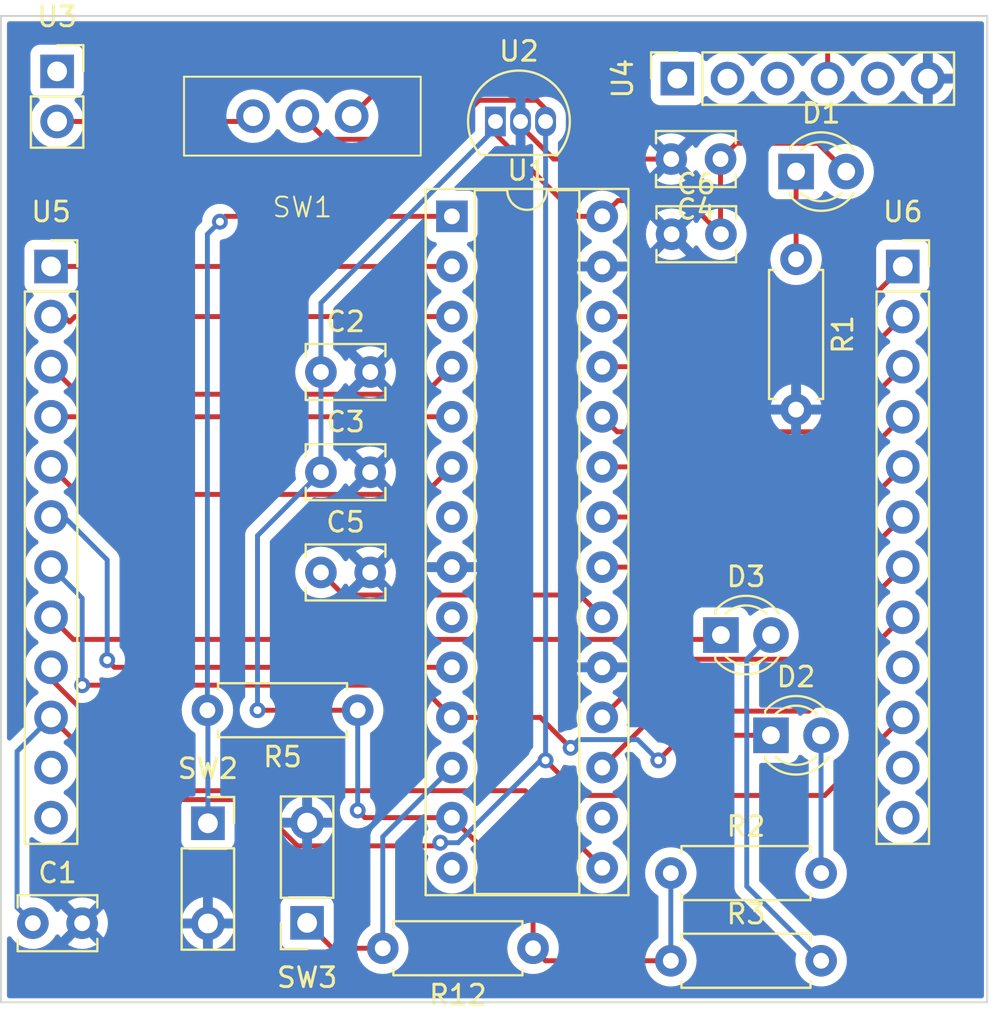
<source format=kicad_pcb>
(kicad_pcb (version 20221018) (generator pcbnew)
  (layers (0 "F.Cu" signal) (31 "B.Cu" signal) (34 "B.Paste" user) (35 "F.Paste" user) (36 "B.SilkS" user "B.Silkscreen") (37 "F.SilkS" user "F.Silkscreen") (38 "B.Mask" user) (39 "F.Mask" user) (44 "Edge.Cuts" user))
  (net 0 "")
  (net 1 "/Vin")
  (net 2 "Net-(U1-VCAP)")
  (net 3 "+3.3V")
  (net 4 "GND")
  (net 5 "Net-(D1-K)")
  (net 6 "/B4")
  (net 7 "Net-(D2-A)")
  (net 8 "/B5")
  (net 9 "Net-(D3-A)")
  (net 10 "/MCLR")
  (net 11 "/A4")
  (net 12 "Net-(SW1-A)")
  (net 13 "+5V")
  (net 14 "/A0")
  (net 15 "/A1")
  (net 16 "/B0")
  (net 17 "/B1")
  (net 18 "/B2")
  (net 19 "/B3")
  (net 20 "/A2")
  (net 21 "/A3")
  (net 22 "/A5")
  (net 23 "/B6")
  (net 24 "/B7")
  (net 25 "/B8")
  (net 26 "/B9")
  (net 27 "/B10")
  (net 28 "/B11")
  (net 29 "/B12")
  (net 30 "/B13")
  (net 31 "/B14")
  (net 32 "/B15")
  (net 34 "/U1TX")
  (net 35 "/U1RX")
  (net 39 "/7")
  (footprint "pic32board:slide2" (layer "F.Cu") (at 142.28 48.26)
    (fp_text reference "SW1" (at 0 4.62 unlocked) (layer "F.SilkS") (effects (font (thickness 0.1))))
    (fp_text value "SW_SPDT")
    (fp_line (start -6 -2) (end -6 2) (stroke (width 0.1)) (layer "F.SilkS"))
    (fp_line (start -6 2) (end 6 2) (stroke (width 0.1)) (layer "F.SilkS"))
    (fp_line (start 6 -2) (end -6 -2) (stroke (width 0.1)) (layer "F.SilkS"))
    (fp_line (start 6 2) (end 6 -2) (stroke (width 0.1)) (layer "F.SilkS"))
    (pad "1" thru_hole circle (at -2.5 0) (size 1.7 1.7) (drill 1) (layers "*.Cu" "*.Mask") (net 12 "Net-(SW1-A)"))
    (pad "2" thru_hole circle (at 0 0) (size 1.7 1.7) (drill 1) (layers "*.Cu" "*.Mask") (net 1 "/Vin"))
    (pad "3" thru_hole circle (at 2.5 0) (size 1.7 1.7) (drill 1) (layers "*.Cu" "*.Mask") (net 13 "+5V"))
  )
  (footprint "Package_TO_SOT_THT:TO-92L_Inline" (layer "F.Cu") (at 152.07 48.53)
    (fp_text reference "U2" (at 1.19 -3.56) (layer "F.SilkS"))
    (fp_text value "AP7381-33V")
    (fp_line (start -0.75 1.7) (end 3.1 1.7) (stroke (width 0.12)) (layer "F.SilkS"))
    (fp_arc (start -0.75 1.7) (mid 1.183448 -2.579449) (end 3.138611 1.690122) (stroke (width 0.12)) (layer "F.SilkS"))
    (pad "1" thru_hole rect (at 0 0) (size 1.05 1.5) (drill 0.75) (layers "*.Cu" "*.Mask") (net 3 "+3.3V"))
    (pad "2" thru_hole oval (at 1.27 0) (size 1.05 1.5) (drill 0.75) (layers "*.Cu" "*.Mask") (net 4 "GND"))
    (pad "3" thru_hole oval (at 2.54 0) (size 1.05 1.5) (drill 0.75) (layers "*.Cu" "*.Mask") (net 1 "/Vin"))
  )
  (footprint "Capacitor_THT:C_Disc_D3.8mm_W2.6mm_P2.50mm" (layer "F.Cu") (at 128.615 89.17)
    (fp_text reference "C1" (at 1.25 -2.55) (layer "F.SilkS"))
    (fp_text value "1uF")
    (fp_line (start -0.77 -1.42) (end -0.77 -0.795) (stroke (width 0.12)) (layer "F.SilkS"))
    (fp_line (start -0.77 -1.42) (end 3.27 -1.42) (stroke (width 0.12)) (layer "F.SilkS"))
    (fp_line (start -0.77 0.795) (end -0.77 1.42) (stroke (width 0.12)) (layer "F.SilkS"))
    (fp_line (start -0.77 1.42) (end 3.27 1.42) (stroke (width 0.12)) (layer "F.SilkS"))
    (fp_line (start 3.27 -1.42) (end 3.27 -0.795) (stroke (width 0.12)) (layer "F.SilkS"))
    (fp_line (start 3.27 0.795) (end 3.27 1.42) (stroke (width 0.12)) (layer "F.SilkS"))
    (pad "1" thru_hole circle (at 0 0) (size 1.6 1.6) (drill 0.8) (layers "*.Cu" "*.Mask") (net 1 "/Vin"))
    (pad "2" thru_hole circle (at 2.5 0) (size 1.6 1.6) (drill 0.8) (layers "*.Cu" "*.Mask") (net 4 "GND"))
  )
  (footprint "Connector_PinSocket_2.54mm:PinSocket_1x12_P2.54mm_Vertical" (layer "F.Cu") (at 172.72 55.88)
    (fp_text reference "U6" (at 0 -2.77) (layer "F.SilkS"))
    (fp_text value "~")
    (fp_line (start -1.33 1.27) (end -1.33 29.27) (stroke (width 0.12)) (layer "F.SilkS"))
    (fp_line (start -1.33 1.27) (end 1.33 1.27) (stroke (width 0.12)) (layer "F.SilkS"))
    (fp_line (start -1.33 29.27) (end 1.33 29.27) (stroke (width 0.12)) (layer "F.SilkS"))
    (fp_line (start 0 -1.33) (end 1.33 -1.33) (stroke (width 0.12)) (layer "F.SilkS"))
    (fp_line (start 1.33 -1.33) (end 1.33 0) (stroke (width 0.12)) (layer "F.SilkS"))
    (fp_line (start 1.33 1.27) (end 1.33 29.27) (stroke (width 0.12)) (layer "F.SilkS"))
    (pad "1" thru_hole rect (at 0 0) (size 1.7 1.7) (drill 1) (layers "*.Cu" "*.Mask") (net 32 "/B15"))
    (pad "2" thru_hole oval (at 0 2.54) (size 1.7 1.7) (drill 1) (layers "*.Cu" "*.Mask") (net 31 "/B14"))
    (pad "3" thru_hole oval (at 0 5.08) (size 1.7 1.7) (drill 1) (layers "*.Cu" "*.Mask") (net 30 "/B13"))
    (pad "4" thru_hole oval (at 0 7.62) (size 1.7 1.7) (drill 1) (layers "*.Cu" "*.Mask") (net 29 "/B12"))
    (pad "5" thru_hole oval (at 0 10.16) (size 1.7 1.7) (drill 1) (layers "*.Cu" "*.Mask") (net 28 "/B11"))
    (pad "6" thru_hole oval (at 0 12.7) (size 1.7 1.7) (drill 1) (layers "*.Cu" "*.Mask") (net 27 "/B10"))
    (pad "7" thru_hole oval (at 0 15.24) (size 1.7 1.7) (drill 1) (layers "*.Cu" "*.Mask") (net 26 "/B9"))
    (pad "8" thru_hole oval (at 0 17.78) (size 1.7 1.7) (drill 1) (layers "*.Cu" "*.Mask") (net 25 "/B8"))
    (pad "9" thru_hole oval (at 0 20.32) (size 1.7 1.7) (drill 1) (layers "*.Cu" "*.Mask") (net 39 "/7"))
    (pad "10" thru_hole oval (at 0 22.86) (size 1.7 1.7) (drill 1) (layers "*.Cu" "*.Mask") (net 1 "/Vin"))
    (pad "11" thru_hole oval (at 0 25.4) (size 1.7 1.7) (drill 1) (layers "*.Cu" "*.Mask"))
    (pad "12" thru_hole oval (at 0 27.94) (size 1.7 1.7) (drill 1) (layers "*.Cu" "*.Mask"))
  )
  (footprint "Resistor_THT:R_Axial_DIN0207_L6.3mm_D2.5mm_P7.62mm_Horizontal" (layer "F.Cu") (at 167.31 55.515 -90)
    (fp_text reference "R1" (at 3.81 -2.37 90) (layer "F.SilkS"))
    (fp_text value "330")
    (fp_line (start 0.54 -1.37) (end 7.08 -1.37) (stroke (width 0.12)) (layer "F.SilkS"))
    (fp_line (start 0.54 -1.04) (end 0.54 -1.37) (stroke (width 0.12)) (layer "F.SilkS"))
    (fp_line (start 0.54 1.04) (end 0.54 1.37) (stroke (width 0.12)) (layer "F.SilkS"))
    (fp_line (start 0.54 1.37) (end 7.08 1.37) (stroke (width 0.12)) (layer "F.SilkS"))
    (fp_line (start 7.08 -1.37) (end 7.08 -1.04) (stroke (width 0.12)) (layer "F.SilkS"))
    (fp_line (start 7.08 1.37) (end 7.08 1.04) (stroke (width 0.12)) (layer "F.SilkS"))
    (pad "1" thru_hole circle (at 0 0 270) (size 1.6 1.6) (drill 0.8) (layers "*.Cu" "*.Mask") (net 5 "Net-(D1-K)"))
    (pad "2" thru_hole oval (at 7.62 0 270) (size 1.6 1.6) (drill 0.8) (layers "*.Cu" "*.Mask") (net 4 "GND"))
  )
  (footprint "LED_THT:LED_D3.0mm" (layer "F.Cu") (at 163.5 74.565)
    (fp_text reference "D3" (at 1.27 -2.96) (layer "F.SilkS"))
    (fp_text value "Yellow")
    (fp_line (start -0.29 -1.236) (end -0.29 -1.08) (stroke (width 0.12)) (layer "F.SilkS"))
    (fp_line (start -0.29 1.08) (end -0.29 1.236) (stroke (width 0.12)) (layer "F.SilkS"))
    (fp_arc (start -0.29 -1.235516) (mid 1.366487 -1.987659) (end 2.942335 -1.078608) (stroke (width 0.12)) (layer "F.SilkS"))
    (fp_arc (start 0.229039 -1.08) (mid 1.270117 -1.5) (end 2.31113 -1.079837) (stroke (width 0.12)) (layer "F.SilkS"))
    (fp_arc (start 2.31113 1.079837) (mid 1.270117 1.5) (end 0.229039 1.08) (stroke (width 0.12)) (layer "F.SilkS"))
    (fp_arc (start 2.942335 1.078608) (mid 1.366487 1.987659) (end -0.29 1.235516) (stroke (width 0.12)) (layer "F.SilkS"))
    (pad "1" thru_hole rect (at 0 0) (size 1.8 1.8) (drill 0.9) (layers "*.Cu" "*.Mask") (net 8 "/B5"))
    (pad "2" thru_hole circle (at 2.54 0) (size 1.8 1.8) (drill 0.9) (layers "*.Cu" "*.Mask") (net 9 "Net-(D3-A)"))
  )
  (footprint "LED_THT:LED_D3.0mm" (layer "F.Cu") (at 167.31 51.07)
    (fp_text reference "D1" (at 1.27 -2.96) (layer "F.SilkS"))
    (fp_text value "RED")
    (fp_line (start -0.29 -1.236) (end -0.29 -1.08) (stroke (width 0.12)) (layer "F.SilkS"))
    (fp_line (start -0.29 1.08) (end -0.29 1.236) (stroke (width 0.12)) (layer "F.SilkS"))
    (fp_arc (start -0.29 -1.235516) (mid 1.366487 -1.987659) (end 2.942335 -1.078608) (stroke (width 0.12)) (layer "F.SilkS"))
    (fp_arc (start 0.229039 -1.08) (mid 1.270117 -1.5) (end 2.31113 -1.079837) (stroke (width 0.12)) (layer "F.SilkS"))
    (fp_arc (start 2.31113 1.079837) (mid 1.270117 1.5) (end 0.229039 1.08) (stroke (width 0.12)) (layer "F.SilkS"))
    (fp_arc (start 2.942335 1.078608) (mid 1.366487 1.987659) (end -0.29 1.235516) (stroke (width 0.12)) (layer "F.SilkS"))
    (pad "1" thru_hole rect (at 0 0) (size 1.8 1.8) (drill 0.9) (layers "*.Cu" "*.Mask") (net 5 "Net-(D1-K)"))
    (pad "2" thru_hole circle (at 2.54 0) (size 1.8 1.8) (drill 0.9) (layers "*.Cu" "*.Mask") (net 3 "+3.3V"))
  )
  (footprint "Connector_PinSocket_2.54mm:PinSocket_1x02_P2.54mm_Vertical" (layer "F.Cu") (at 129.845 45.99)
    (fp_text reference "U3" (at 0 -2.77) (layer "F.SilkS"))
    (fp_text value "~")
    (fp_line (start -1.33 1.27) (end -1.33 3.87) (stroke (width 0.12)) (layer "F.SilkS"))
    (fp_line (start -1.33 1.27) (end 1.33 1.27) (stroke (width 0.12)) (layer "F.SilkS"))
    (fp_line (start -1.33 3.87) (end 1.33 3.87) (stroke (width 0.12)) (layer "F.SilkS"))
    (fp_line (start 0 -1.33) (end 1.33 -1.33) (stroke (width 0.12)) (layer "F.SilkS"))
    (fp_line (start 1.33 -1.33) (end 1.33 0) (stroke (width 0.12)) (layer "F.SilkS"))
    (fp_line (start 1.33 1.27) (end 1.33 3.87) (stroke (width 0.12)) (layer "F.SilkS"))
    (pad "1" thru_hole rect (at 0 0) (size 1.7 1.7) (drill 1) (layers "*.Cu" "*.Mask"))
    (pad "2" thru_hole oval (at 0 2.54) (size 1.7 1.7) (drill 1) (layers "*.Cu" "*.Mask") (net 12 "Net-(SW1-A)"))
  )
  (footprint "Capacitor_THT:C_Disc_D3.8mm_W2.6mm_P2.50mm" (layer "F.Cu") (at 161 54.245)
    (fp_text reference "C6" (at 1.25 -2.55) (layer "F.SilkS"))
    (fp_text value "0.1uF")
    (fp_line (start -0.77 -1.42) (end -0.77 -0.795) (stroke (width 0.12)) (layer "F.SilkS"))
    (fp_line (start -0.77 -1.42) (end 3.27 -1.42) (stroke (width 0.12)) (layer "F.SilkS"))
    (fp_line (start -0.77 0.795) (end -0.77 1.42) (stroke (width 0.12)) (layer "F.SilkS"))
    (fp_line (start -0.77 1.42) (end 3.27 1.42) (stroke (width 0.12)) (layer "F.SilkS"))
    (fp_line (start 3.27 -1.42) (end 3.27 -0.795) (stroke (width 0.12)) (layer "F.SilkS"))
    (fp_line (start 3.27 0.795) (end 3.27 1.42) (stroke (width 0.12)) (layer "F.SilkS"))
    (pad "1" thru_hole circle (at 0 0) (size 1.6 1.6) (drill 0.8) (layers "*.Cu" "*.Mask") (net 4 "GND"))
    (pad "2" thru_hole circle (at 2.5 0) (size 1.6 1.6) (drill 0.8) (layers "*.Cu" "*.Mask") (net 3 "+3.3V"))
  )
  (footprint "Connector_PinSocket_2.54mm:PinSocket_1x06_P2.54mm_Vertical" (layer "F.Cu") (at 161.29 46.355 90)
    (fp_text reference "U4" (at 0 -2.77 90) (layer "F.SilkS"))
    (fp_text value "~")
    (fp_line (start -1.33 1.27) (end -1.33 14.03) (stroke (width 0.12)) (layer "F.SilkS"))
    (fp_line (start -1.33 1.27) (end 1.33 1.27) (stroke (width 0.12)) (layer "F.SilkS"))
    (fp_line (start -1.33 14.03) (end 1.33 14.03) (stroke (width 0.12)) (layer "F.SilkS"))
    (fp_line (start 0 -1.33) (end 1.33 -1.33) (stroke (width 0.12)) (layer "F.SilkS"))
    (fp_line (start 1.33 -1.33) (end 1.33 0) (stroke (width 0.12)) (layer "F.SilkS"))
    (fp_line (start 1.33 1.27) (end 1.33 14.03) (stroke (width 0.12)) (layer "F.SilkS"))
    (pad "1" thru_hole rect (at 0 0 90) (size 1.7 1.7) (drill 1) (layers "*.Cu" "*.Mask"))
    (pad "2" thru_hole oval (at 0 2.54 90) (size 1.7 1.7) (drill 1) (layers "*.Cu" "*.Mask") (net 34 "/U1TX"))
    (pad "3" thru_hole oval (at 0 5.08 90) (size 1.7 1.7) (drill 1) (layers "*.Cu" "*.Mask") (net 35 "/U1RX"))
    (pad "4" thru_hole oval (at 0 7.62 90) (size 1.7 1.7) (drill 1) (layers "*.Cu" "*.Mask") (net 13 "+5V"))
    (pad "5" thru_hole oval (at 0 10.16 90) (size 1.7 1.7) (drill 1) (layers "*.Cu" "*.Mask"))
    (pad "6" thru_hole oval (at 0 12.7 90) (size 1.7 1.7) (drill 1) (layers "*.Cu" "*.Mask") (net 4 "GND"))
  )
  (footprint "Resistor_THT:R_Axial_DIN0207_L6.3mm_D2.5mm_P7.62mm_Horizontal" (layer "F.Cu") (at 160.96 91.075)
    (fp_text reference "R3" (at 3.81 -2.37) (layer "F.SilkS"))
    (fp_text value "330")
    (fp_line (start 0.54 -1.37) (end 7.08 -1.37) (stroke (width 0.12)) (layer "F.SilkS"))
    (fp_line (start 0.54 -1.04) (end 0.54 -1.37) (stroke (width 0.12)) (layer "F.SilkS"))
    (fp_line (start 0.54 1.04) (end 0.54 1.37) (stroke (width 0.12)) (layer "F.SilkS"))
    (fp_line (start 0.54 1.37) (end 7.08 1.37) (stroke (width 0.12)) (layer "F.SilkS"))
    (fp_line (start 7.08 -1.37) (end 7.08 -1.04) (stroke (width 0.12)) (layer "F.SilkS"))
    (fp_line (start 7.08 1.37) (end 7.08 1.04) (stroke (width 0.12)) (layer "F.SilkS"))
    (pad "1" thru_hole circle (at 0 0) (size 1.6 1.6) (drill 0.8) (layers "*.Cu" "*.Mask") (net 3 "+3.3V"))
    (pad "2" thru_hole oval (at 7.62 0) (size 1.6 1.6) (drill 0.8) (layers "*.Cu" "*.Mask") (net 9 "Net-(D3-A)"))
  )
  (footprint "Capacitor_THT:C_Disc_D3.8mm_W2.6mm_P2.50mm" (layer "F.Cu") (at 143.22 66.31)
    (fp_text reference "C3" (at 1.25 -2.55) (layer "F.SilkS"))
    (fp_text value "1uF")
    (fp_line (start -0.77 -1.42) (end -0.77 -0.795) (stroke (width 0.12)) (layer "F.SilkS"))
    (fp_line (start -0.77 -1.42) (end 3.27 -1.42) (stroke (width 0.12)) (layer "F.SilkS"))
    (fp_line (start -0.77 0.795) (end -0.77 1.42) (stroke (width 0.12)) (layer "F.SilkS"))
    (fp_line (start -0.77 1.42) (end 3.27 1.42) (stroke (width 0.12)) (layer "F.SilkS"))
    (fp_line (start 3.27 -1.42) (end 3.27 -0.795) (stroke (width 0.12)) (layer "F.SilkS"))
    (fp_line (start 3.27 0.795) (end 3.27 1.42) (stroke (width 0.12)) (layer "F.SilkS"))
    (pad "1" thru_hole circle (at 0 0) (size 1.6 1.6) (drill 0.8) (layers "*.Cu" "*.Mask") (net 3 "+3.3V"))
    (pad "2" thru_hole circle (at 2.5 0) (size 1.6 1.6) (drill 0.8) (layers "*.Cu" "*.Mask") (net 4 "GND"))
  )
  (footprint "Package_DIP:DIP-28_W7.62mm_Socket" (layer "F.Cu") (at 149.86 53.34)
    (fp_text reference "U1" (at 3.81 -2.33) (layer "F.SilkS"))
    (fp_text value "~")
    (fp_line (start -1.33 -1.39) (end -1.33 34.41) (stroke (width 0.12)) (layer "F.SilkS"))
    (fp_line (start -1.33 34.41) (end 8.95 34.41) (stroke (width 0.12)) (layer "F.SilkS"))
    (fp_line (start 1.16 -1.33) (end 1.16 34.35) (stroke (width 0.12)) (layer "F.SilkS"))
    (fp_line (start 1.16 34.35) (end 6.46 34.35) (stroke (width 0.12)) (layer "F.SilkS"))
    (fp_line (start 2.81 -1.33) (end 1.16 -1.33) (stroke (width 0.12)) (layer "F.SilkS"))
    (fp_line (start 6.46 -1.33) (end 4.81 -1.33) (stroke (width 0.12)) (layer "F.SilkS"))
    (fp_line (start 6.46 34.35) (end 6.46 -1.33) (stroke (width 0.12)) (layer "F.SilkS"))
    (fp_line (start 8.95 -1.39) (end -1.33 -1.39) (stroke (width 0.12)) (layer "F.SilkS"))
    (fp_line (start 8.95 34.41) (end 8.95 -1.39) (stroke (width 0.12)) (layer "F.SilkS"))
    (fp_arc (start 4.81 -1.33) (mid 3.81 -0.33) (end 2.81 -1.33) (stroke (width 0.12)) (layer "F.SilkS"))
    (pad "1" thru_hole rect (at 0 0) (size 1.6 1.6) (drill 0.8) (layers "*.Cu" "*.Mask") (net 10 "/MCLR"))
    (pad "2" thru_hole oval (at 0 2.54) (size 1.6 1.6) (drill 0.8) (layers "*.Cu" "*.Mask") (net 14 "/A0"))
    (pad "3" thru_hole oval (at 0 5.08) (size 1.6 1.6) (drill 0.8) (layers "*.Cu" "*.Mask") (net 15 "/A1"))
    (pad "4" thru_hole oval (at 0 7.62) (size 1.6 1.6) (drill 0.8) (layers "*.Cu" "*.Mask") (net 16 "/B0"))
    (pad "5" thru_hole oval (at 0 10.16) (size 1.6 1.6) (drill 0.8) (layers "*.Cu" "*.Mask") (net 17 "/B1"))
    (pad "6" thru_hole oval (at 0 12.7) (size 1.6 1.6) (drill 0.8) (layers "*.Cu" "*.Mask") (net 18 "/B2"))
    (pad "7" thru_hole oval (at 0 15.24) (size 1.6 1.6) (drill 0.8) (layers "*.Cu" "*.Mask") (net 19 "/B3"))
    (pad "8" thru_hole oval (at 0 17.78) (size 1.6 1.6) (drill 0.8) (layers "*.Cu" "*.Mask") (net 4 "GND"))
    (pad "9" thru_hole oval (at 0 20.32) (size 1.6 1.6) (drill 0.8) (layers "*.Cu" "*.Mask") (net 20 "/A2"))
    (pad "10" thru_hole oval (at 0 22.86) (size 1.6 1.6) (drill 0.8) (layers "*.Cu" "*.Mask") (net 21 "/A3"))
    (pad "11" thru_hole oval (at 0 25.4) (size 1.6 1.6) (drill 0.8) (layers "*.Cu" "*.Mask") (net 6 "/B4"))
    (pad "12" thru_hole oval (at 0 27.94) (size 1.6 1.6) (drill 0.8) (layers "*.Cu" "*.Mask") (net 11 "/A4"))
    (pad "13" thru_hole oval (at 0 30.48) (size 1.6 1.6) (drill 0.8) (layers "*.Cu" "*.Mask") (net 3 "+3.3V"))
    (pad "14" thru_hole oval (at 0 33.02) (size 1.6 1.6) (drill 0.8) (layers "*.Cu" "*.Mask") (net 22 "/A5"))
    (pad "15" thru_hole oval (at 7.62 33.02) (size 1.6 1.6) (drill 0.8) (layers "*.Cu" "*.Mask") (net 23 "/B6"))
    (pad "16" thru_hole oval (at 7.62 30.48) (size 1.6 1.6) (drill 0.8) (layers "*.Cu" "*.Mask") (net 24 "/B7"))
    (pad "17" thru_hole oval (at 7.62 27.94) (size 1.6 1.6) (drill 0.8) (layers "*.Cu" "*.Mask") (net 25 "/B8"))
    (pad "18" thru_hole oval (at 7.62 25.4) (size 1.6 1.6) (drill 0.8) (layers "*.Cu" "*.Mask") (net 26 "/B9"))
    (pad "19" thru_hole oval (at 7.62 22.86) (size 1.6 1.6) (drill 0.8) (layers "*.Cu" "*.Mask") (net 4 "GND"))
    (pad "20" thru_hole oval (at 7.62 20.32) (size 1.6 1.6) (drill 0.8) (layers "*.Cu" "*.Mask") (net 2 "Net-(U1-VCAP)"))
    (pad "21" thru_hole oval (at 7.62 17.78) (size 1.6 1.6) (drill 0.8) (layers "*.Cu" "*.Mask") (net 27 "/B10"))
    (pad "22" thru_hole oval (at 7.62 15.24) (size 1.6 1.6) (drill 0.8) (layers "*.Cu" "*.Mask") (net 28 "/B11"))
    (pad "23" thru_hole oval (at 7.62 12.7) (size 1.6 1.6) (drill 0.8) (layers "*.Cu" "*.Mask") (net 29 "/B12"))
    (pad "24" thru_hole oval (at 7.62 10.16) (size 1.6 1.6) (drill 0.8) (layers "*.Cu" "*.Mask") (net 30 "/B13"))
    (pad "25" thru_hole oval (at 7.62 7.62) (size 1.6 1.6) (drill 0.8) (layers "*.Cu" "*.Mask") (net 31 "/B14"))
    (pad "26" thru_hole oval (at 7.62 5.08) (size 1.6 1.6) (drill 0.8) (layers "*.Cu" "*.Mask") (net 32 "/B15"))
    (pad "27" thru_hole oval (at 7.62 2.54) (size 1.6 1.6) (drill 0.8) (layers "*.Cu" "*.Mask") (net 4 "GND"))
    (pad "28" thru_hole oval (at 7.62 0) (size 1.6 1.6) (drill 0.8) (layers "*.Cu" "*.Mask") (net 3 "+3.3V"))
  )
  (footprint "pic32board:push button" (layer "F.Cu") (at 142.52 89.155 180)
    (fp_text reference "SW3" (at 0 -2.77) (layer "F.SilkS"))
    (fp_text value "SW_Push")
    (fp_line (start -1.33 1.27) (end -1.33 6.41) (stroke (width 0.12)) (layer "F.SilkS"))
    (fp_line (start -1.33 1.27) (end 1.33 1.27) (stroke (width 0.12)) (layer "F.SilkS"))
    (fp_line (start -1.33 6.41) (end 1.33 6.41) (stroke (width 0.12)) (layer "F.SilkS"))
    (fp_line (start 0 -1.33) (end 1.33 -1.33) (stroke (width 0.12)) (layer "F.SilkS"))
    (fp_line (start 1.33 -1.33) (end 1.33 0) (stroke (width 0.12)) (layer "F.SilkS"))
    (fp_line (start 1.33 1.27) (end 1.33 6.41) (stroke (width 0.12)) (layer "F.SilkS"))
    (pad "1" thru_hole rect (at 0 0 180) (size 1.7 1.7) (drill 1) (layers "*.Cu" "*.Mask") (net 11 "/A4"))
    (pad "2" thru_hole oval (at 0 5.08 180) (size 1.7 1.7) (drill 1) (layers "*.Cu" "*.Mask") (net 4 "GND"))
  )
  (footprint "Resistor_THT:R_Axial_DIN0207_L6.3mm_D2.5mm_P7.62mm_Horizontal" (layer "F.Cu") (at 145.085 78.375 180)
    (fp_text reference "R5" (at 3.81 -2.37) (layer "F.SilkS"))
    (fp_text value "10K")
    (fp_line (start 0.54 -1.37) (end 7.08 -1.37) (stroke (width 0.12)) (layer "F.SilkS"))
    (fp_line (start 0.54 -1.04) (end 0.54 -1.37) (stroke (width 0.12)) (layer "F.SilkS"))
    (fp_line (start 0.54 1.04) (end 0.54 1.37) (stroke (width 0.12)) (layer "F.SilkS"))
    (fp_line (start 0.54 1.37) (end 7.08 1.37) (stroke (width 0.12)) (layer "F.SilkS"))
    (fp_line (start 7.08 -1.37) (end 7.08 -1.04) (stroke (width 0.12)) (layer "F.SilkS"))
    (fp_line (start 7.08 1.37) (end 7.08 1.04) (stroke (width 0.12)) (layer "F.SilkS"))
    (pad "1" thru_hole circle (at 0 0 180) (size 1.6 1.6) (drill 0.8) (layers "*.Cu" "*.Mask") (net 3 "+3.3V"))
    (pad "2" thru_hole oval (at 7.62 0 180) (size 1.6 1.6) (drill 0.8) (layers "*.Cu" "*.Mask") (net 10 "/MCLR"))
  )
  (footprint "LED_THT:LED_D3.0mm" (layer "F.Cu") (at 166.035 79.645)
    (fp_text reference "D2" (at 1.27 -2.96) (layer "F.SilkS"))
    (fp_text value "GREEEN")
    (fp_line (start -0.29 -1.236) (end -0.29 -1.08) (stroke (width 0.12)) (layer "F.SilkS"))
    (fp_line (start -0.29 1.08) (end -0.29 1.236) (stroke (width 0.12)) (layer "F.SilkS"))
    (fp_arc (start -0.29 -1.235516) (mid 1.366487 -1.987659) (end 2.942335 -1.078608) (stroke (width 0.12)) (layer "F.SilkS"))
    (fp_arc (start 0.229039 -1.08) (mid 1.270117 -1.5) (end 2.31113 -1.079837) (stroke (width 0.12)) (layer "F.SilkS"))
    (fp_arc (start 2.31113 1.079837) (mid 1.270117 1.5) (end 0.229039 1.08) (stroke (width 0.12)) (layer "F.SilkS"))
    (fp_arc (start 2.942335 1.078608) (mid 1.366487 1.987659) (end -0.29 1.235516) (stroke (width 0.12)) (layer "F.SilkS"))
    (pad "1" thru_hole rect (at 0 0) (size 1.8 1.8) (drill 0.9) (layers "*.Cu" "*.Mask") (net 6 "/B4"))
    (pad "2" thru_hole circle (at 2.54 0) (size 1.8 1.8) (drill 0.9) (layers "*.Cu" "*.Mask") (net 7 "Net-(D2-A)"))
  )
  (footprint "pic32board:push button" (layer "F.Cu") (at 137.49 84.105)
    (fp_text reference "SW2" (at 0 -2.77) (layer "F.SilkS"))
    (fp_text value "SW_Push")
    (fp_line (start -1.33 1.27) (end -1.33 6.41) (stroke (width 0.12)) (layer "F.SilkS"))
    (fp_line (start -1.33 1.27) (end 1.33 1.27) (stroke (width 0.12)) (layer "F.SilkS"))
    (fp_line (start -1.33 6.41) (end 1.33 6.41) (stroke (width 0.12)) (layer "F.SilkS"))
    (fp_line (start 0 -1.33) (end 1.33 -1.33) (stroke (width 0.12)) (layer "F.SilkS"))
    (fp_line (start 1.33 -1.33) (end 1.33 0) (stroke (width 0.12)) (layer "F.SilkS"))
    (fp_line (start 1.33 1.27) (end 1.33 6.41) (stroke (width 0.12)) (layer "F.SilkS"))
    (pad "1" thru_hole rect (at 0 0) (size 1.7 1.7) (drill 1) (layers "*.Cu" "*.Mask") (net 10 "/MCLR"))
    (pad "2" thru_hole oval (at 0 5.08) (size 1.7 1.7) (drill 1) (layers "*.Cu" "*.Mask") (net 4 "GND"))
  )
  (footprint "Connector_PinSocket_2.54mm:PinSocket_1x12_P2.54mm_Vertical" (layer "F.Cu") (at 129.54 55.88)
    (fp_text reference "U5" (at 0 -2.77) (layer "F.SilkS"))
    (fp_text value "~")
    (fp_line (start -1.33 1.27) (end -1.33 29.27) (stroke (width 0.12)) (layer "F.SilkS"))
    (fp_line (start -1.33 1.27) (end 1.33 1.27) (stroke (width 0.12)) (layer "F.SilkS"))
    (fp_line (start -1.33 29.27) (end 1.33 29.27) (stroke (width 0.12)) (layer "F.SilkS"))
    (fp_line (start 0 -1.33) (end 1.33 -1.33) (stroke (width 0.12)) (layer "F.SilkS"))
    (fp_line (start 1.33 -1.33) (end 1.33 0) (stroke (width 0.12)) (layer "F.SilkS"))
    (fp_line (start 1.33 1.27) (end 1.33 29.27) (stroke (width 0.12)) (layer "F.SilkS"))
    (pad "1" thru_hole rect (at 0 0) (size 1.7 1.7) (drill 1) (layers "*.Cu" "*.Mask") (net 14 "/A0"))
    (pad "2" thru_hole oval (at 0 2.54) (size 1.7 1.7) (drill 1) (layers "*.Cu" "*.Mask") (net 15 "/A1"))
    (pad "3" thru_hole oval (at 0 5.08) (size 1.7 1.7) (drill 1) (layers "*.Cu" "*.Mask") (net 16 "/B0"))
    (pad "4" thru_hole oval (at 0 7.62) (size 1.7 1.7) (drill 1) (layers "*.Cu" "*.Mask") (net 17 "/B1"))
    (pad "5" thru_hole oval (at 0 10.16) (size 1.7 1.7) (drill 1) (layers "*.Cu" "*.Mask") (net 18 "/B2"))
    (pad "6" thru_hole oval (at 0 12.7) (size 1.7 1.7) (drill 1) (layers "*.Cu" "*.Mask") (net 21 "/A3"))
    (pad "7" thru_hole oval (at 0 15.24) (size 1.7 1.7) (drill 1) (layers "*.Cu" "*.Mask") (net 6 "/B4"))
    (pad "8" thru_hole oval (at 0 17.78) (size 1.7 1.7) (drill 1) (layers "*.Cu" "*.Mask") (net 8 "/B5"))
    (pad "9" thru_hole oval (at 0 20.32) (size 1.7 1.7) (drill 1) (layers "*.Cu" "*.Mask") (net 23 "/B6"))
    (pad "10" thru_hole oval (at 0 22.86) (size 1.7 1.7) (drill 1) (layers "*.Cu" "*.Mask") (net 1 "/Vin"))
    (pad "11" thru_hole oval (at 0 25.4) (size 1.7 1.7) (drill 1) (layers "*.Cu" "*.Mask"))
    (pad "12" thru_hole oval (at 0 27.94) (size 1.7 1.7) (drill 1) (layers "*.Cu" "*.Mask"))
  )
  (footprint "Resistor_THT:R_Axial_DIN0207_L6.3mm_D2.5mm_P7.62mm_Horizontal" (layer "F.Cu") (at 153.975 90.44 180)
    (fp_text reference "R12" (at 3.81 -2.37) (layer "F.SilkS"))
    (fp_text value "10K")
    (fp_line (start 0.54 -1.37) (end 7.08 -1.37) (stroke (width 0.12)) (layer "F.SilkS"))
    (fp_line (start 0.54 -1.04) (end 0.54 -1.37) (stroke (width 0.12)) (layer "F.SilkS"))
    (fp_line (start 0.54 1.04) (end 0.54 1.37) (stroke (width 0.12)) (layer "F.SilkS"))
    (fp_line (start 0.54 1.37) (end 7.08 1.37) (stroke (width 0.12)) (layer "F.SilkS"))
    (fp_line (start 7.08 -1.37) (end 7.08 -1.04) (stroke (width 0.12)) (layer "F.SilkS"))
    (fp_line (start 7.08 1.37) (end 7.08 1.04) (stroke (width 0.12)) (layer "F.SilkS"))
    (pad "1" thru_hole circle (at 0 0 180) (size 1.6 1.6) (drill 0.8) (layers "*.Cu" "*.Mask") (net 3 "+3.3V"))
    (pad "2" thru_hole oval (at 7.62 0 180) (size 1.6 1.6) (drill 0.8) (layers "*.Cu" "*.Mask") (net 11 "/A4"))
  )
  (footprint "Capacitor_THT:C_Disc_D3.8mm_W2.6mm_P2.50mm" (layer "F.Cu") (at 143.22 71.39)
    (fp_text reference "C5" (at 1.25 -2.55) (layer "F.SilkS"))
    (fp_text value "1uF")
    (fp_line (start -0.77 -1.42) (end -0.77 -0.795) (stroke (width 0.12)) (layer "F.SilkS"))
    (fp_line (start -0.77 -1.42) (end 3.27 -1.42) (stroke (width 0.12)) (layer "F.SilkS"))
    (fp_line (start -0.77 0.795) (end -0.77 1.42) (stroke (width 0.12)) (layer "F.SilkS"))
    (fp_line (start -0.77 1.42) (end 3.27 1.42) (stroke (width 0.12)) (layer "F.SilkS"))
    (fp_line (start 3.27 -1.42) (end 3.27 -0.795) (stroke (width 0.12)) (layer "F.SilkS"))
    (fp_line (start 3.27 0.795) (end 3.27 1.42) (stroke (width 0.12)) (layer "F.SilkS"))
    (pad "1" thru_hole circle (at 0 0) (size 1.6 1.6) (drill 0.8) (layers "*.Cu" "*.Mask") (net 2 "Net-(U1-VCAP)"))
    (pad "2" thru_hole circle (at 2.5 0) (size 1.6 1.6) (drill 0.8) (layers "*.Cu" "*.Mask") (net 4 "GND"))
  )
  (footprint "Capacitor_THT:C_Disc_D3.8mm_W2.6mm_P2.50mm" (layer "F.Cu") (at 163.48 50.435 180)
    (fp_text reference "C4" (at 1.25 -2.55) (layer "F.SilkS"))
    (fp_text value "0.1uF")
    (fp_line (start -0.77 -1.42) (end -0.77 -0.795) (stroke (width 0.12)) (layer "F.SilkS"))
    (fp_line (start -0.77 -1.42) (end 3.27 -1.42) (stroke (width 0.12)) (layer "F.SilkS"))
    (fp_line (start -0.77 0.795) (end -0.77 1.42) (stroke (width 0.12)) (layer "F.SilkS"))
    (fp_line (start -0.77 1.42) (end 3.27 1.42) (stroke (width 0.12)) (layer "F.SilkS"))
    (fp_line (start 3.27 -1.42) (end 3.27 -0.795) (stroke (width 0.12)) (layer "F.SilkS"))
    (fp_line (start 3.27 0.795) (end 3.27 1.42) (stroke (width 0.12)) (layer "F.SilkS"))
    (pad "1" thru_hole circle (at 0 0 180) (size 1.6 1.6) (drill 0.8) (layers "*.Cu" "*.Mask") (net 3 "+3.3V"))
    (pad "2" thru_hole circle (at 2.5 0 180) (size 1.6 1.6) (drill 0.8) (layers "*.Cu" "*.Mask") (net 4 "GND"))
  )
  (footprint "Capacitor_THT:C_Disc_D3.8mm_W2.6mm_P2.50mm" (layer "F.Cu") (at 143.22 61.23)
    (fp_text reference "C2" (at 1.25 -2.55) (layer "F.SilkS"))
    (fp_text value "1uF")
    (fp_line (start -0.77 -1.42) (end -0.77 -0.795) (stroke (width 0.12)) (layer "F.SilkS"))
    (fp_line (start -0.77 -1.42) (end 3.27 -1.42) (stroke (width 0.12)) (layer "F.SilkS"))
    (fp_line (start -0.77 0.795) (end -0.77 1.42) (stroke (width 0.12)) (layer "F.SilkS"))
    (fp_line (start -0.77 1.42) (end 3.27 1.42) (stroke (width 0.12)) (layer "F.SilkS"))
    (fp_line (start 3.27 -1.42) (end 3.27 -0.795) (stroke (width 0.12)) (layer "F.SilkS"))
    (fp_line (start 3.27 0.795) (end 3.27 1.42) (stroke (width 0.12)) (layer "F.SilkS"))
    (pad "1" thru_hole circle (at 0 0) (size 1.6 1.6) (drill 0.8) (layers "*.Cu" "*.Mask") (net 3 "+3.3V"))
    (pad "2" thru_hole circle (at 2.5 0) (size 1.6 1.6) (drill 0.8) (layers "*.Cu" "*.Mask") (net 4 "GND"))
  )
  (footprint "Resistor_THT:R_Axial_DIN0207_L6.3mm_D2.5mm_P7.62mm_Horizontal" (layer "F.Cu") (at 160.96 86.63)
    (fp_text reference "R2" (at 3.81 -2.37) (layer "F.SilkS"))
    (fp_text value "330")
    (fp_line (start 0.54 -1.37) (end 7.08 -1.37) (stroke (width 0.12)) (layer "F.SilkS"))
    (fp_line (start 0.54 -1.04) (end 0.54 -1.37) (stroke (width 0.12)) (layer "F.SilkS"))
    (fp_line (start 0.54 1.04) (end 0.54 1.37) (stroke (width 0.12)) (layer "F.SilkS"))
    (fp_line (start 0.54 1.37) (end 7.08 1.37) (stroke (width 0.12)) (layer "F.SilkS"))
    (fp_line (start 7.08 -1.37) (end 7.08 -1.04) (stroke (width 0.12)) (layer "F.SilkS"))
    (fp_line (start 7.08 1.37) (end 7.08 1.04) (stroke (width 0.12)) (layer "F.SilkS"))
    (pad "1" thru_hole circle (at 0 0) (size 1.6 1.6) (drill 0.8) (layers "*.Cu" "*.Mask") (net 3 "+3.3V"))
    (pad "2" thru_hole oval (at 7.62 0) (size 1.6 1.6) (drill 0.8) (layers "*.Cu" "*.Mask") (net 7 "Net-(D2-A)"))
  )
  (gr_line (start 127 93.18) (end 127 43.18) (stroke (width 0.1)) (layer "Edge.Cuts"))
  (gr_line (start 177 93.18) (end 127 93.18) (stroke (width 0.1)) (layer "Edge.Cuts"))
  (gr_line (start 127 43.18) (end 177 43.18) (stroke (width 0.1)) (layer "Edge.Cuts"))
  (gr_line (start 177 43.18) (end 177 93.18) (stroke (width 0.1)) (layer "Edge.Cuts"))
  (segment (start 168.765 82.695) (end 156.39 82.695) (width 0.25) (layer "F.Cu") (net 1))
  (segment (start 172.72 78.74) (end 168.765 82.695) (width 0.25) (layer "F.Cu") (net 1))
  (segment (start 149.26 49.435) (end 151.24 47.455) (width 0.25) (layer "F.Cu") (net 1))
  (segment (start 156.39 82.695) (end 154.61 80.915) (width 0.25) (layer "F.Cu") (net 1))
  (segment (start 133.705 82.905) (end 139.688299 82.905) (width 0.25) (layer "F.Cu") (net 1))
  (segment (start 139.688299 82.905) (end 142.033299 85.25) (width 0.25) (layer "F.Cu") (net 1))
  (segment (start 143.455 49.435) (end 149.26 49.435) (width 0.25) (layer "F.Cu") (net 1))
  (segment (start 154.61 47.895) (end 154.61 48.53) (width 0.25) (layer "F.Cu") (net 1))
  (segment (start 149.112034 85.25) (end 149.272033 85.090001) (width 0.25) (layer "F.Cu") (net 1))
  (segment (start 151.24 47.455) (end 154.17 47.455) (width 0.25) (layer "F.Cu") (net 1))
  (segment (start 154.17 47.455) (end 154.61 47.895) (width 0.25) (layer "F.Cu") (net 1))
  (segment (start 142.033299 85.25) (end 149.112034 85.25) (width 0.25) (layer "F.Cu") (net 1))
  (segment (start 142.28 48.26) (end 143.455 49.435) (width 0.25) (layer "F.Cu") (net 1))
  (segment (start 129.54 78.74) (end 133.705 82.905) (width 0.25) (layer "F.Cu") (net 1))
  (via (at 149.272033 85.090001) (size 0.8) (drill 0.4) (layers "F.Cu" "B.Cu") (net 1))
  (via (at 154.61 80.915) (size 0.8) (drill 0.4) (layers "F.Cu" "B.Cu") (net 1))
  (segment (start 127.815001 88.370001) (end 128.615 89.17) (width 0.25) (layer "B.Cu") (net 1))
  (segment (start 149.272033 85.090001) (end 150.18099 85.090001) (width 0.25) (layer "B.Cu") (net 1))
  (segment (start 154.61 80.915) (end 154.61 48.53) (width 0.25) (layer "B.Cu") (net 1))
  (segment (start 127.815001 80.464999) (end 127.815001 88.370001) (width 0.25) (layer "B.Cu") (net 1))
  (segment (start 154.355991 80.915) (end 154.61 80.915) (width 0.25) (layer "B.Cu") (net 1))
  (segment (start 150.18099 85.090001) (end 154.355991 80.915) (width 0.25) (layer "B.Cu") (net 1))
  (segment (start 129.54 78.74) (end 127.815001 80.464999) (width 0.25) (layer "B.Cu") (net 1))
  (segment (start 144.365 72.535) (end 156.355 72.535) (width 0.25) (layer "F.Cu") (net 2))
  (segment (start 156.355 72.535) (end 157.48 73.66) (width 0.25) (layer "F.Cu") (net 2))
  (segment (start 143.22 71.39) (end 144.365 72.535) (width 0.25) (layer "F.Cu") (net 2))
  (segment (start 152.07 49.165) (end 152.07 48.53) (width 0.25) (layer "F.Cu") (net 3))
  (segment (start 153.975 90.44) (end 153.975 87.935) (width 0.25) (layer "F.Cu") (net 3))
  (segment (start 156.245 53.34) (end 152.07 49.165) (width 0.25) (layer "F.Cu") (net 3))
  (segment (start 161.795001 52.540001) (end 163.5 54.245) (width 0.25) (layer "F.Cu") (net 3))
  (segment (start 145.45 83.82) (end 145.085 83.455) (width 0.25) (layer "F.Cu") (net 3))
  (segment (start 158.279999 52.540001) (end 161.795001 52.540001) (width 0.25) (layer "F.Cu") (net 3))
  (segment (start 149.86 83.82) (end 145.45 83.82) (width 0.25) (layer "F.Cu") (net 3))
  (segment (start 163.48 54.225) (end 163.5 54.245) (width 0.25) (layer "F.Cu") (net 3))
  (segment (start 154.61 91.075) (end 153.975 90.44) (width 0.25) (layer "F.Cu") (net 3))
  (segment (start 168.415001 49.635001) (end 169.85 51.07) (width 0.25) (layer "F.Cu") (net 3))
  (segment (start 153.975 87.935) (end 149.86 83.82) (width 0.25) (layer "F.Cu") (net 3))
  (segment (start 160.96 91.075) (end 154.61 91.075) (width 0.25) (layer "F.Cu") (net 3))
  (segment (start 157.48 53.34) (end 158.279999 52.540001) (width 0.25) (layer "F.Cu") (net 3))
  (segment (start 157.48 53.34) (end 156.245 53.34) (width 0.25) (layer "F.Cu") (net 3))
  (segment (start 145.085 78.375) (end 140.005 78.375) (width 0.25) (layer "F.Cu") (net 3))
  (segment (start 163.48 50.435) (end 163.48 54.225) (width 0.25) (layer "F.Cu") (net 3))
  (segment (start 164.279999 49.635001) (end 168.415001 49.635001) (width 0.25) (layer "F.Cu") (net 3))
  (segment (start 163.48 50.435) (end 164.279999 49.635001) (width 0.25) (layer "F.Cu") (net 3))
  (via (at 145.085 83.455) (size 0.8) (drill 0.4) (layers "F.Cu" "B.Cu") (net 3))
  (via (at 140.005 78.375) (size 0.8) (drill 0.4) (layers "F.Cu" "B.Cu") (net 3))
  (segment (start 145.085 83.455) (end 145.085 78.375) (width 0.25) (layer "B.Cu") (net 3))
  (segment (start 160.96 86.63) (end 160.96 91.075) (width 0.25) (layer "B.Cu") (net 3))
  (segment (start 140.005 78.375) (end 140.005 69.525) (width 0.25) (layer "B.Cu") (net 3))
  (segment (start 143.22 61.23) (end 143.22 57.73) (width 0.25) (layer "B.Cu") (net 3))
  (segment (start 152.07 48.88) (end 152.07 48.53) (width 0.25) (layer "B.Cu") (net 3))
  (segment (start 143.22 66.31) (end 143.22 61.23) (width 0.25) (layer "B.Cu") (net 3))
  (segment (start 140.005 69.525) (end 143.22 66.31) (width 0.25) (layer "B.Cu") (net 3))
  (segment (start 143.22 57.73) (end 152.07 48.88) (width 0.25) (layer "B.Cu") (net 3))
  (segment (start 155.02 50.435) (end 160.98 50.435) (width 0.25) (layer "F.Cu") (net 4))
  (segment (start 160.98 54.225) (end 161 54.245) (width 0.25) (layer "F.Cu") (net 4))
  (segment (start 153.34 48.53) (end 153.34 48.755) (width 0.25) (layer "F.Cu") (net 4))
  (segment (start 153.34 48.755) (end 155.02 50.435) (width 0.25) (layer "F.Cu") (net 4))
  (segment (start 167.31 51.07) (end 167.31 55.515) (width 0.25) (layer "F.Cu") (net 5))
  (segment (start 161.595 79.645) (end 160.325 80.915) (width 0.25) (layer "F.Cu") (net 6))
  (segment (start 148.225 77.105) (end 131.115 77.105) (width 0.25) (layer "F.Cu") (net 6))
  (segment (start 149.86 78.74) (end 148.225 77.105) (width 0.25) (layer "F.Cu") (net 6))
  (segment (start 154.34 78.74) (end 149.86 78.74) (width 0.25) (layer "F.Cu") (net 6))
  (segment (start 155.88 80.28) (end 154.34 78.74) (width 0.25) (layer "F.Cu") (net 6))
  (segment (start 166.035 79.645) (end 161.595 79.645) (width 0.25) (layer "F.Cu") (net 6))
  (via (at 160.325 80.915) (size 0.8) (drill 0.4) (layers "F.Cu" "B.Cu") (net 6))
  (via (at 155.88 80.28) (size 0.8) (drill 0.4) (layers "F.Cu" "B.Cu") (net 6))
  (via (at 131.115 77.105) (size 0.8) (drill 0.4) (layers "F.Cu" "B.Cu") (net 6))
  (segment (start 131.115 77.105) (end 131.115 72.695) (width 0.25) (layer "B.Cu") (net 6))
  (segment (start 159.275 79.865) (end 156.295 79.865) (width 0.25) (layer "B.Cu") (net 6))
  (segment (start 131.115 72.695) (end 129.54 71.12) (width 0.25) (layer "B.Cu") (net 6))
  (segment (start 156.295 79.865) (end 155.88 80.28) (width 0.25) (layer "B.Cu") (net 6))
  (segment (start 160.325 80.915) (end 159.275 79.865) (width 0.25) (layer "B.Cu") (net 6))
  (segment (start 168.575 86.625) (end 168.58 86.63) (width 0.25) (layer "B.Cu") (net 7))
  (segment (start 168.575 79.645) (end 168.575 86.625) (width 0.25) (layer "B.Cu") (net 7))
  (segment (start 163.28 74.785) (end 130.665 74.785) (width 0.25) (layer "F.Cu") (net 8))
  (segment (start 130.665 74.785) (end 129.54 73.66) (width 0.25) (layer "F.Cu") (net 8))
  (segment (start 163.5 74.565) (end 163.28 74.785) (width 0.25) (layer "F.Cu") (net 8))
  (segment (start 164.81 75.795) (end 166.04 74.565) (width 0.25) (layer "B.Cu") (net 9))
  (segment (start 168.58 91.075) (end 164.81 87.305) (width 0.25) (layer "B.Cu") (net 9))
  (segment (start 164.81 87.305) (end 164.81 75.795) (width 0.25) (layer "B.Cu") (net 9))
  (segment (start 149.86 53.34) (end 138.37 53.34) (width 0.25) (layer "F.Cu") (net 10))
  (segment (start 138.37 53.34) (end 138.1 53.61) (width 0.25) (layer "F.Cu") (net 10))
  (via (at 138.1 53.61) (size 0.8) (drill 0.4) (layers "F.Cu" "B.Cu") (net 10))
  (segment (start 137.49 78.4) (end 137.465 78.375) (width 0.25) (layer "B.Cu") (net 10))
  (segment (start 137.49 84.105) (end 137.49 78.4) (width 0.25) (layer "B.Cu") (net 10))
  (segment (start 137.465 54.245) (end 137.465 78.375) (width 0.25) (layer "B.Cu") (net 10))
  (segment (start 138.1 53.61) (end 137.465 54.245) (width 0.25) (layer "B.Cu") (net 10))
  (segment (start 143.805 90.44) (end 142.52 89.155) (width 0.25) (layer "F.Cu") (net 11))
  (segment (start 146.355 90.44) (end 143.805 90.44) (width 0.25) (layer "F.Cu") (net 11))
  (segment (start 146.355 90.44) (end 146.355 84.785) (width 0.25) (layer "B.Cu") (net 11))
  (segment (start 146.355 84.785) (end 149.86 81.28) (width 0.25) (layer "B.Cu") (net 11))
  (segment (start 129.845 48.53) (end 139.51 48.53) (width 0.25) (layer "F.Cu") (net 12))
  (segment (start 139.51 48.53) (end 139.78 48.26) (width 0.25) (layer "F.Cu") (net 12))
  (segment (start 169.215 44.085) (end 168.91 44.39) (width 0.25) (layer "F.Cu") (net 13))
  (segment (start 148.955 44.085) (end 169.215 44.085) (width 0.25) (layer "F.Cu") (net 13))
  (segment (start 144.78 48.26) (end 148.955 44.085) (width 0.25) (layer "F.Cu") (net 13))
  (segment (start 168.91 44.39) (end 168.91 46.355) (width 0.25) (layer "F.Cu") (net 13))
  (segment (start 149.86 55.88) (end 129.54 55.88) (width 0.25) (layer "F.Cu") (net 14))
  (segment (start 149.86 58.42) (end 130.75 58.42) (width 0.25) (layer "F.Cu") (net 15))
  (segment (start 130.75 58.42) (end 130.48 58.69) (width 0.25) (layer "F.Cu") (net 15))
  (segment (start 130.48 58.69) (end 130.21 58.42) (width 0.25) (layer "F.Cu") (net 15))
  (segment (start 130.21 58.42) (end 129.54 58.42) (width 0.25) (layer "F.Cu") (net 15))
  (segment (start 149.86 60.96) (end 148.465 62.355) (width 0.25) (layer "F.Cu") (net 16))
  (segment (start 130.935 62.355) (end 129.54 60.96) (width 0.25) (layer "F.Cu") (net 16))
  (segment (start 148.465 62.355) (end 130.935 62.355) (width 0.25) (layer "F.Cu") (net 16))
  (segment (start 149.86 63.5) (end 129.54 63.5) (width 0.25) (layer "F.Cu") (net 17))
  (segment (start 148.465 67.435) (end 130.935 67.435) (width 0.25) (layer "F.Cu") (net 18))
  (segment (start 149.86 66.04) (end 148.465 67.435) (width 0.25) (layer "F.Cu") (net 18))
  (segment (start 130.935 67.435) (end 129.54 66.04) (width 0.25) (layer "F.Cu") (net 18))
  (segment (start 149.86 76.2) (end 132.75 76.2) (width 0.25) (layer "F.Cu") (net 21))
  (segment (start 132.75 76.2) (end 132.385 75.835) (width 0.25) (layer "F.Cu") (net 21))
  (via (at 132.385 75.835) (size 0.8) (drill 0.4) (layers "F.Cu" "B.Cu") (net 21))
  (segment (start 132.385 75.835) (end 132.385 70.755) (width 0.25) (layer "B.Cu") (net 21))
  (segment (start 132.385 70.755) (end 130.21 68.58) (width 0.25) (layer "B.Cu") (net 21))
  (segment (start 130.21 68.58) (end 129.54 68.58) (width 0.25) (layer "B.Cu") (net 21))
  (segment (start 129.54 76.8) (end 129.54 76.2) (width 0.25) (layer "F.Cu") (net 23))
  (segment (start 157.48 86.36) (end 153.575 82.455) (width 0.25) (layer "F.Cu") (net 23))
  (segment (start 135.195 82.455) (end 129.54 76.8) (width 0.25) (layer "F.Cu") (net 23))
  (segment (start 153.575 82.455) (end 135.195 82.455) (width 0.25) (layer "F.Cu") (net 23))
  (segment (start 167.96 78.42) (end 160.34 78.42) (width 0.25) (layer "F.Cu") (net 25))
  (segment (start 172.72 73.66) (end 167.96 78.42) (width 0.25) (layer "F.Cu") (net 25))
  (segment (start 160.34 78.42) (end 157.48 81.28) (width 0.25) (layer "F.Cu") (net 25))
  (segment (start 160.43 75.79) (end 157.48 78.74) (width 0.25) (layer "F.Cu") (net 26))
  (segment (start 172.72 71.12) (end 168.05 75.79) (width 0.25) (layer "F.Cu") (net 26))
  (segment (start 168.05 75.79) (end 160.43 75.79) (width 0.25) (layer "F.Cu") (net 26))
  (segment (start 170.18 71.12) (end 157.48 71.12) (width 0.25) (layer "F.Cu") (net 27))
  (segment (start 172.72 68.58) (end 170.18 71.12) (width 0.25) (layer "F.Cu") (net 27))
  (segment (start 172.72 66.04) (end 170.18 68.58) (width 0.25) (layer "F.Cu") (net 28))
  (segment (start 170.18 68.58) (end 157.48 68.58) (width 0.25) (layer "F.Cu") (net 28))
  (segment (start 170.18 66.04) (end 157.48 66.04) (width 0.25) (layer "F.Cu") (net 29))
  (segment (start 172.72 63.5) (end 170.18 66.04) (width 0.25) (layer "F.Cu") (net 29))
  (segment (start 172.72 60.96) (end 169.42 64.26) (width 0.25) (layer "F.Cu") (net 30))
  (segment (start 169.42 64.26) (end 158.24 64.26) (width 0.25) (layer "F.Cu") (net 30))
  (segment (start 158.24 64.26) (end 157.48 63.5) (width 0.25) (layer "F.Cu") (net 30))
  (segment (start 170.18 60.96) (end 157.48 60.96) (width 0.25) (layer "F.Cu") (net 31))
  (segment (start 172.72 58.42) (end 170.18 60.96) (width 0.25) (layer "F.Cu") (net 31))
  (segment (start 172.72 55.88) (end 170.18 58.42) (width 0.25) (layer "F.Cu") (net 32))
  (segment (start 170.18 58.42) (end 157.48 58.42) (width 0.25) (layer "F.Cu") (net 32))
  (zone (net 4) (net_name "GND") (layer "B.Cu") (connect_pads (clearance 0.5)) (min_thickness 0.25) (fill yes (thermal_gap 0.5) (thermal_bridge_width 0.5))
    (polygon (pts (xy 127.305 43.45) (xy 176.835 43.45) (xy 176.835 92.98) (xy 127.305 92.98)))
  )
)
</source>
